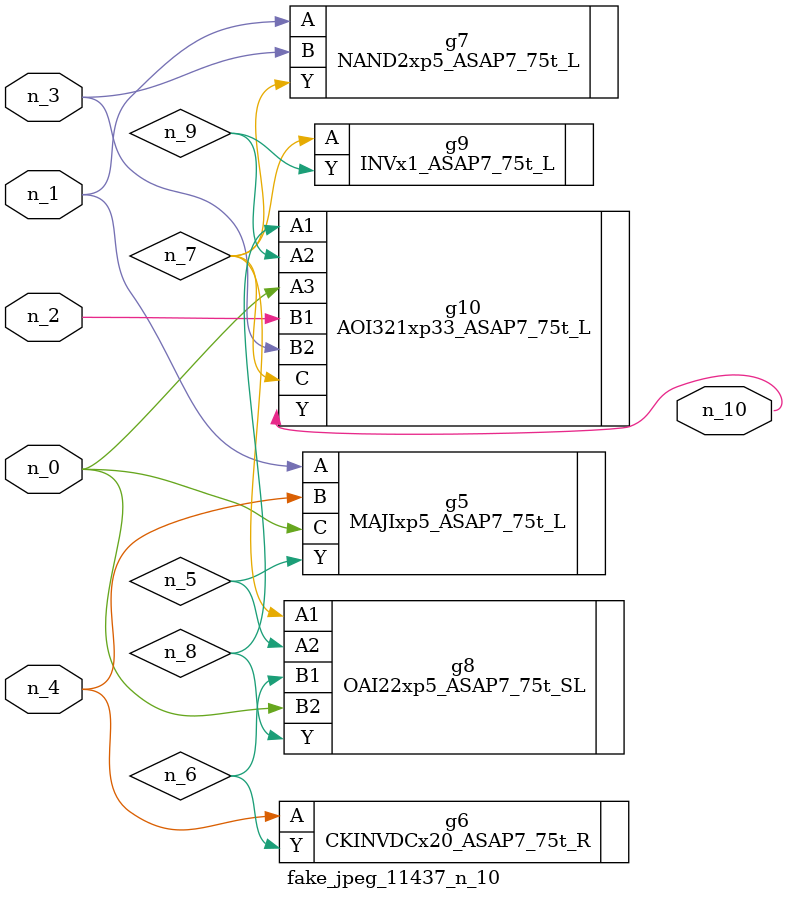
<source format=v>
module fake_jpeg_11437_n_10 (n_3, n_2, n_1, n_0, n_4, n_10);

input n_3;
input n_2;
input n_1;
input n_0;
input n_4;

output n_10;

wire n_8;
wire n_9;
wire n_6;
wire n_5;
wire n_7;

MAJIxp5_ASAP7_75t_L g5 ( 
.A(n_1),
.B(n_4),
.C(n_0),
.Y(n_5)
);

CKINVDCx20_ASAP7_75t_R g6 ( 
.A(n_4),
.Y(n_6)
);

NAND2xp5_ASAP7_75t_L g7 ( 
.A(n_1),
.B(n_3),
.Y(n_7)
);

OAI22xp5_ASAP7_75t_SL g8 ( 
.A1(n_7),
.A2(n_5),
.B1(n_6),
.B2(n_0),
.Y(n_8)
);

AOI321xp33_ASAP7_75t_L g10 ( 
.A1(n_8),
.A2(n_9),
.A3(n_0),
.B1(n_2),
.B2(n_3),
.C(n_7),
.Y(n_10)
);

INVx1_ASAP7_75t_L g9 ( 
.A(n_7),
.Y(n_9)
);


endmodule
</source>
